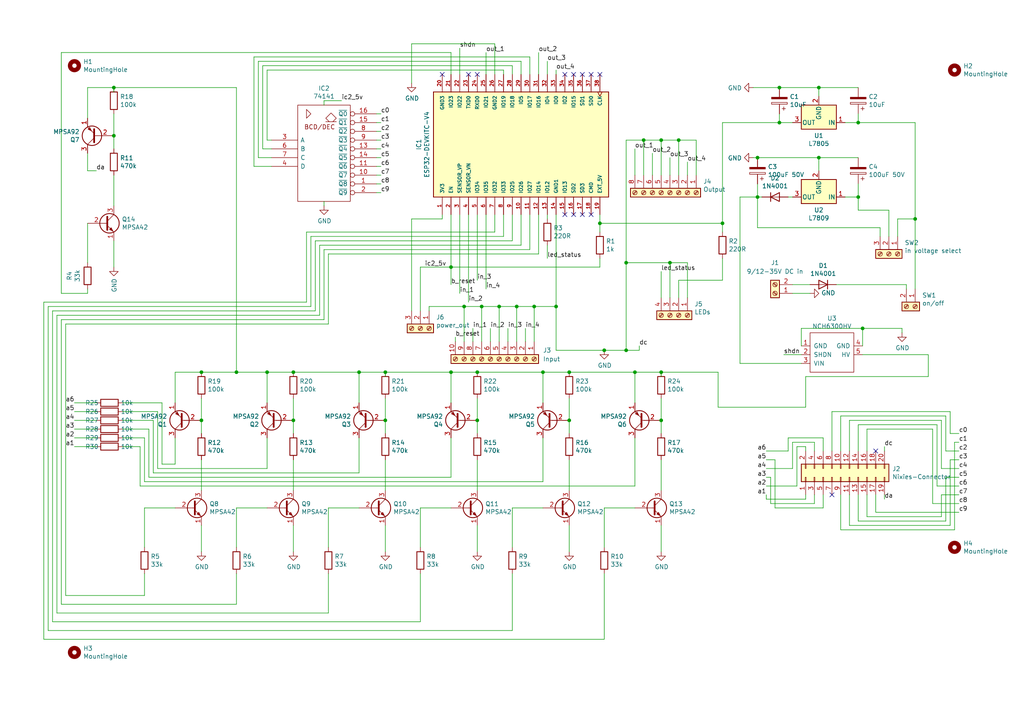
<source format=kicad_sch>
(kicad_sch (version 20211123) (generator eeschema)
  (paper "A4")
  (title_block (title "Nixie-Clock: Controller") (date "2022-01-16") (rev "1.1") (company "Konrad Mösch"))
  (junction (at 77.47 107.95))
  (junction (at 194.31 76.2))
  (junction (at 58.42 121.92))
  (junction (at 85.09 107.95))
  (junction (at 134.62 88.9))
  (junction (at 175.26 101.6))
  (junction (at 248.92 35.56))
  (junction (at 186.69 40.64))
  (junction (at 196.85 40.64))
  (junction (at 157.48 107.95))
  (junction (at 184.15 107.95))
  (junction (at 58.42 107.95))
  (junction (at 139.7 88.9))
  (junction (at 191.77 40.64))
  (junction (at 165.1 107.95))
  (junction (at 33.02 39.37))
  (junction (at 165.1 121.92))
  (junction (at 161.29 88.9))
  (junction (at 111.76 121.92))
  (junction (at 191.77 107.95))
  (junction (at 209.55 64.77))
  (junction (at 33.02 25.4))
  (junction (at 219.71 45.72))
  (junction (at 111.76 107.95))
  (junction (at 191.77 121.92))
  (junction (at 130.81 107.95))
  (junction (at 104.14 107.95))
  (junction (at 181.61 76.2))
  (junction (at 130.81 77.47))
  (junction (at 68.58 107.95))
  (junction (at 219.71 57.15))
  (junction (at 173.99 64.77))
  (junction (at 226.06 35.56))
  (junction (at 248.92 57.15))
  (junction (at 237.49 25.4))
  (junction (at 144.78 88.9))
  (junction (at 237.49 45.72))
  (junction (at 85.09 121.92))
  (junction (at 181.61 101.6))
  (junction (at 250.19 95.25))
  (junction (at 138.43 107.95))
  (junction (at 154.94 88.9))
  (junction (at 265.43 63.5))
  (junction (at 226.06 25.4))
  (junction (at 138.43 121.92))
  (junction (at 149.86 88.9))
  (no_connect (at 241.3 143.51))
  (no_connect (at 138.43 21.59))
  (no_connect (at 173.99 21.59))
  (no_connect (at 168.91 21.59))
  (no_connect (at 135.89 21.59))
  (no_connect (at 128.27 21.59))
  (no_connect (at 166.37 21.59))
  (no_connect (at 166.37 62.23))
  (no_connect (at 163.83 21.59))
  (no_connect (at 163.83 62.23))
  (no_connect (at 171.45 21.59))
  (no_connect (at 254 130.81))
  (no_connect (at 168.91 62.23))
  (no_connect (at 171.45 62.23))
  (wire (pts (xy 104.14 107.95) (xy 111.76 107.95)))
  (wire (pts (xy 12.7 185.42) (xy 12.7 87.63)))
  (wire (pts (xy 269.24 102.87) (xy 250.19 102.87)))
  (wire (pts (xy 77.47 107.95) (xy 77.47 116.84)))
  (wire (pts (xy 41.91 158.75) (xy 41.91 147.32)))
  (wire (pts (xy 261.62 95.25) (xy 261.62 96.52)))
  (wire (pts (xy 278.13 146.05) (xy 270.51 146.05)))
  (wire (pts (xy 228.6 57.15) (xy 229.87 57.15)))
  (wire (pts (xy 50.8 107.95) (xy 58.42 107.95)))
  (wire (pts (xy 229.87 128.27) (xy 236.22 128.27)))
  (wire (pts (xy 95.25 177.8) (xy 95.25 166.37)))
  (wire (pts (xy 278.13 140.97) (xy 271.78 140.97)))
  (wire (pts (xy 130.81 77.47) (xy 130.81 82.55)))
  (wire (pts (xy 78.74 43.18) (xy 76.2 43.18)))
  (wire (pts (xy 119.38 12.7) (xy 119.38 24.13)))
  (wire (pts (xy 229.87 85.09) (xy 234.95 85.09)))
  (wire (pts (xy 44.45 121.92) (xy 35.56 121.92)))
  (wire (pts (xy 231.14 129.54) (xy 233.68 129.54)))
  (wire (pts (xy 77.47 20.32) (xy 146.05 20.32)))
  (wire (pts (xy 236.22 146.05) (xy 236.22 143.51)))
  (wire (pts (xy 274.32 130.81) (xy 274.32 120.65)))
  (wire (pts (xy 274.32 120.65) (xy 243.84 120.65)))
  (wire (pts (xy 133.35 85.09) (xy 133.35 62.23)))
  (wire (pts (xy 154.94 99.06) (xy 154.94 88.9)))
  (wire (pts (xy 186.69 40.64) (xy 191.77 40.64)))
  (wire (pts (xy 91.44 69.85) (xy 148.59 69.85)))
  (wire (pts (xy 15.24 180.34) (xy 15.24 90.17)))
  (wire (pts (xy 35.56 119.38) (xy 45.72 119.38)))
  (wire (pts (xy 158.75 71.12) (xy 158.75 74.93)))
  (wire (pts (xy 44.45 137.16) (xy 44.45 121.92)))
  (wire (pts (xy 184.15 107.95) (xy 191.77 107.95)))
  (wire (pts (xy 138.43 133.35) (xy 138.43 142.24)))
  (wire (pts (xy 149.86 88.9) (xy 154.94 88.9)))
  (wire (pts (xy 147.32 95.25) (xy 147.32 99.06)))
  (wire (pts (xy 25.4 25.4) (xy 33.02 25.4)))
  (wire (pts (xy 194.31 86.36) (xy 194.31 76.2)))
  (wire (pts (xy 209.55 81.28) (xy 196.85 81.28)))
  (wire (pts (xy 25.4 25.4) (xy 25.4 34.29)))
  (wire (pts (xy 251.46 124.46) (xy 251.46 130.81)))
  (wire (pts (xy 50.8 107.95) (xy 50.8 116.84)))
  (wire (pts (xy 93.98 92.71) (xy 93.98 72.39)))
  (wire (pts (xy 173.99 77.47) (xy 130.81 77.47)))
  (wire (pts (xy 58.42 107.95) (xy 68.58 107.95)))
  (wire (pts (xy 233.68 118.11) (xy 233.68 109.22)))
  (wire (pts (xy 17.78 175.26) (xy 68.58 175.26)))
  (wire (pts (xy 85.09 160.02) (xy 85.09 152.4)))
  (wire (pts (xy 25.4 76.2) (xy 25.4 64.77)))
  (wire (pts (xy 153.67 72.39) (xy 153.67 62.23)))
  (wire (pts (xy 68.58 158.75) (xy 68.58 147.32)))
  (wire (pts (xy 76.2 43.18) (xy 76.2 19.05)))
  (wire (pts (xy 128.27 62.23) (xy 128.27 63.5)))
  (wire (pts (xy 248.92 143.51) (xy 248.92 151.13)))
  (wire (pts (xy 146.05 20.32) (xy 146.05 21.59)))
  (wire (pts (xy 265.43 63.5) (xy 265.43 83.82)))
  (wire (pts (xy 209.55 35.56) (xy 209.55 64.77)))
  (wire (pts (xy 149.86 88.9) (xy 149.86 99.06)))
  (wire (pts (xy 74.93 17.78) (xy 151.13 17.78)))
  (wire (pts (xy 273.05 121.92) (xy 246.38 121.92)))
  (wire (pts (xy 138.43 121.92) (xy 138.43 125.73)))
  (wire (pts (xy 201.93 40.64) (xy 201.93 50.8)))
  (wire (pts (xy 27.94 116.84) (xy 21.59 116.84)))
  (wire (pts (xy 218.44 25.4) (xy 226.06 25.4)))
  (wire (pts (xy 275.59 125.73) (xy 275.59 119.38)))
  (wire (pts (xy 248.92 25.4) (xy 237.49 25.4)))
  (wire (pts (xy 233.68 129.54) (xy 233.68 130.81)))
  (wire (pts (xy 157.48 127) (xy 157.48 139.7)))
  (wire (pts (xy 245.11 57.15) (xy 248.92 57.15)))
  (wire (pts (xy 138.43 160.02) (xy 138.43 152.4)))
  (wire (pts (xy 109.22 33.02) (xy 110.49 33.02)))
  (wire (pts (xy 209.55 64.77) (xy 209.55 67.31)))
  (wire (pts (xy 58.42 160.02) (xy 58.42 152.4)))
  (wire (pts (xy 40.64 129.54) (xy 35.56 129.54)))
  (wire (pts (xy 184.15 107.95) (xy 184.15 116.84)))
  (wire (pts (xy 19.05 172.72) (xy 19.05 93.98)))
  (wire (pts (xy 109.22 45.72) (xy 110.49 45.72)))
  (wire (pts (xy 77.47 40.64) (xy 77.47 20.32)))
  (wire (pts (xy 68.58 175.26) (xy 68.58 166.37)))
  (wire (pts (xy 85.09 121.92) (xy 85.09 115.57)))
  (wire (pts (xy 78.74 45.72) (xy 74.93 45.72)))
  (wire (pts (xy 226.06 35.56) (xy 209.55 35.56)))
  (wire (pts (xy 132.08 97.79) (xy 132.08 99.06)))
  (wire (pts (xy 257.81 60.96) (xy 257.81 68.58)))
  (wire (pts (xy 140.97 15.24) (xy 140.97 21.59)))
  (wire (pts (xy 45.72 119.38) (xy 45.72 135.89)))
  (wire (pts (xy 12.7 185.42) (xy 175.26 185.42)))
  (wire (pts (xy 43.18 138.43) (xy 43.18 124.46)))
  (wire (pts (xy 222.25 135.89) (xy 229.87 135.89)))
  (wire (pts (xy 13.97 182.88) (xy 148.59 182.88)))
  (wire (pts (xy 185.42 100.33) (xy 185.42 101.6)))
  (wire (pts (xy 85.09 133.35) (xy 85.09 142.24)))
  (wire (pts (xy 278.13 130.81) (xy 274.32 130.81)))
  (wire (pts (xy 17.78 15.24) (xy 17.78 85.09)))
  (wire (pts (xy 152.4 95.25) (xy 152.4 99.06)))
  (wire (pts (xy 269.24 109.22) (xy 269.24 102.87)))
  (wire (pts (xy 222.25 140.97) (xy 231.14 140.97)))
  (wire (pts (xy 191.77 121.92) (xy 191.77 125.73)))
  (wire (pts (xy 143.51 21.59) (xy 143.51 12.7)))
  (wire (pts (xy 248.92 60.96) (xy 257.81 60.96)))
  (wire (pts (xy 237.49 45.72) (xy 248.92 45.72)))
  (wire (pts (xy 238.76 147.32) (xy 238.76 143.51)))
  (wire (pts (xy 245.11 35.56) (xy 248.92 35.56)))
  (wire (pts (xy 248.92 57.15) (xy 248.92 60.96)))
  (wire (pts (xy 199.39 86.36) (xy 199.39 76.2)))
  (wire (pts (xy 27.94 124.46) (xy 21.59 124.46)))
  (wire (pts (xy 191.77 40.64) (xy 196.85 40.64)))
  (wire (pts (xy 191.77 121.92) (xy 191.77 115.57)))
  (wire (pts (xy 275.59 152.4) (xy 246.38 152.4)))
  (wire (pts (xy 68.58 147.32) (xy 77.47 147.32)))
  (wire (pts (xy 157.48 139.7) (xy 41.91 139.7)))
  (wire (pts (xy 99.06 29.21) (xy 93.98 29.21)))
  (wire (pts (xy 93.98 29.21) (xy 93.98 30.48)))
  (wire (pts (xy 175.26 166.37) (xy 175.26 185.42)))
  (wire (pts (xy 265.43 35.56) (xy 265.43 63.5)))
  (wire (pts (xy 158.75 63.5) (xy 158.75 62.23)))
  (wire (pts (xy 175.26 101.6) (xy 181.61 101.6)))
  (wire (pts (xy 124.46 90.17) (xy 124.46 88.9)))
  (wire (pts (xy 191.77 152.4) (xy 191.77 160.02)))
  (wire (pts (xy 250.19 95.25) (xy 261.62 95.25)))
  (wire (pts (xy 91.44 90.17) (xy 91.44 69.85)))
  (wire (pts (xy 15.24 90.17) (xy 91.44 90.17)))
  (wire (pts (xy 73.66 48.26) (xy 73.66 16.51)))
  (wire (pts (xy 33.02 25.4) (xy 68.58 25.4)))
  (wire (pts (xy 95.25 73.66) (xy 156.21 73.66)))
  (wire (pts (xy 223.52 138.43) (xy 223.52 146.05)))
  (wire (pts (xy 156.21 73.66) (xy 156.21 62.23)))
  (wire (pts (xy 278.13 135.89) (xy 273.05 135.89)))
  (wire (pts (xy 92.71 91.44) (xy 92.71 71.12)))
  (wire (pts (xy 260.35 63.5) (xy 260.35 68.58)))
  (wire (pts (xy 151.13 71.12) (xy 151.13 62.23)))
  (wire (pts (xy 226.06 35.56) (xy 226.06 33.02)))
  (wire (pts (xy 148.59 19.05) (xy 148.59 21.59)))
  (wire (pts (xy 88.9 87.63) (xy 88.9 67.31)))
  (wire (pts (xy 16.51 91.44) (xy 92.71 91.44)))
  (wire (pts (xy 139.7 88.9) (xy 139.7 99.06)))
  (wire (pts (xy 209.55 81.28) (xy 209.55 74.93)))
  (wire (pts (xy 139.7 88.9) (xy 134.62 88.9)))
  (wire (pts (xy 111.76 160.02) (xy 111.76 152.4)))
  (wire (pts (xy 220.98 57.15) (xy 219.71 57.15)))
  (wire (pts (xy 73.66 16.51) (xy 153.67 16.51)))
  (wire (pts (xy 270.51 146.05) (xy 270.51 124.46)))
  (wire (pts (xy 121.92 147.32) (xy 130.81 147.32)))
  (wire (pts (xy 109.22 48.26) (xy 110.49 48.26)))
  (wire (pts (xy 109.22 40.64) (xy 110.49 40.64)))
  (wire (pts (xy 27.94 127) (xy 21.59 127)))
  (wire (pts (xy 93.98 72.39) (xy 153.67 72.39)))
  (wire (pts (xy 256.54 129.54) (xy 256.54 130.81)))
  (wire (pts (xy 248.92 35.56) (xy 265.43 35.56)))
  (wire (pts (xy 243.84 143.51) (xy 243.84 153.67)))
  (wire (pts (xy 33.02 33.02) (xy 33.02 39.37)))
  (wire (pts (xy 138.43 107.95) (xy 157.48 107.95)))
  (wire (pts (xy 134.62 88.9) (xy 134.62 99.06)))
  (wire (pts (xy 229.87 135.89) (xy 229.87 128.27)))
  (wire (pts (xy 27.94 121.92) (xy 21.59 121.92)))
  (wire (pts (xy 35.56 116.84) (xy 46.99 116.84)))
  (wire (pts (xy 33.02 39.37) (xy 33.02 43.18)))
  (wire (pts (xy 199.39 50.8) (xy 199.39 46.99)))
  (wire (pts (xy 232.41 95.25) (xy 250.19 95.25)))
  (wire (pts (xy 41.91 127) (xy 35.56 127)))
  (wire (pts (xy 16.51 177.8) (xy 95.25 177.8)))
  (wire (pts (xy 130.81 62.23) (xy 130.81 77.47)))
  (wire (pts (xy 12.7 87.63) (xy 88.9 87.63)))
  (wire (pts (xy 229.87 82.55) (xy 234.95 82.55)))
  (wire (pts (xy 161.29 62.23) (xy 161.29 88.9)))
  (wire (pts (xy 146.05 68.58) (xy 146.05 62.23)))
  (wire (pts (xy 224.79 147.32) (xy 238.76 147.32)))
  (wire (pts (xy 276.86 128.27) (xy 276.86 153.67)))
  (wire (pts (xy 236.22 128.27) (xy 236.22 130.81)))
  (wire (pts (xy 41.91 147.32) (xy 50.8 147.32)))
  (wire (pts (xy 222.25 144.78) (xy 233.68 144.78)))
  (wire (pts (xy 109.22 53.34) (xy 110.49 53.34)))
  (wire (pts (xy 109.22 38.1) (xy 110.49 38.1)))
  (wire (pts (xy 50.8 134.62) (xy 46.99 134.62)))
  (wire (pts (xy 85.09 107.95) (xy 104.14 107.95)))
  (wire (pts (xy 68.58 107.95) (xy 77.47 107.95)))
  (wire (pts (xy 119.38 63.5) (xy 119.38 90.17)))
  (wire (pts (xy 246.38 121.92) (xy 246.38 130.81)))
  (wire (pts (xy 19.05 172.72) (xy 41.91 172.72)))
  (wire (pts (xy 165.1 115.57) (xy 165.1 121.92)))
  (wire (pts (xy 237.49 49.53) (xy 237.49 45.72)))
  (wire (pts (xy 85.09 121.92) (xy 85.09 125.73)))
  (wire (pts (xy 276.86 153.67) (xy 243.84 153.67)))
  (wire (pts (xy 78.74 48.26) (xy 73.66 48.26)))
  (wire (pts (xy 191.77 133.35) (xy 191.77 142.24)))
  (wire (pts (xy 222.25 133.35) (xy 224.79 133.35)))
  (wire (pts (xy 77.47 127) (xy 77.47 135.89)))
  (wire (pts (xy 130.81 107.95) (xy 138.43 107.95)))
  (wire (pts (xy 90.17 88.9) (xy 90.17 68.58)))
  (wire (pts (xy 109.22 55.88) (xy 110.49 55.88)))
  (wire (pts (xy 181.61 40.64) (xy 181.61 76.2)))
  (wire (pts (xy 90.17 68.58) (xy 146.05 68.58)))
  (wire (pts (xy 95.25 147.32) (xy 104.14 147.32)))
  (wire (pts (xy 17.78 92.71) (xy 93.98 92.71)))
  (wire (pts (xy 175.26 158.75) (xy 175.26 147.32)))
  (wire (pts (xy 74.93 45.72) (xy 74.93 17.78)))
  (wire (pts (xy 173.99 67.31) (xy 173.99 64.77)))
  (wire (pts (xy 224.79 133.35) (xy 224.79 147.32)))
  (wire (pts (xy 161.29 20.32) (xy 161.29 21.59)))
  (wire (pts (xy 275.59 119.38) (xy 241.3 119.38)))
  (wire (pts (xy 184.15 127) (xy 184.15 140.97)))
  (wire (pts (xy 248.92 53.34) (xy 248.92 57.15)))
  (wire (pts (xy 181.61 76.2) (xy 181.61 101.6)))
  (wire (pts (xy 111.76 121.92) (xy 111.76 125.73)))
  (wire (pts (xy 95.25 158.75) (xy 95.25 147.32)))
  (wire (pts (xy 124.46 88.9) (xy 134.62 88.9)))
  (wire (pts (xy 138.43 62.23) (xy 138.43 81.28)))
  (wire (pts (xy 121.92 77.47) (xy 121.92 90.17)))
  (wire (pts (xy 233.68 109.22) (xy 269.24 109.22)))
  (wire (pts (xy 128.27 63.5) (xy 119.38 63.5)))
  (wire (pts (xy 191.77 78.74) (xy 191.77 86.36)))
  (wire (pts (xy 228.6 127) (xy 228.6 130.81)))
  (wire (pts (xy 78.74 40.64) (xy 77.47 40.64)))
  (wire (pts (xy 95.25 93.98) (xy 95.25 73.66)))
  (wire (pts (xy 186.69 40.64) (xy 186.69 50.8)))
  (wire (pts (xy 153.67 16.51) (xy 153.67 21.59)))
  (wire (pts (xy 222.25 138.43) (xy 223.52 138.43)))
  (wire (pts (xy 165.1 107.95) (xy 184.15 107.95)))
  (wire (pts (xy 111.76 109.22) (xy 111.76 107.95)))
  (wire (pts (xy 274.32 138.43) (xy 274.32 151.13)))
  (wire (pts (xy 173.99 77.47) (xy 173.99 74.93)))
  (wire (pts (xy 111.76 107.95) (xy 130.81 107.95)))
  (wire (pts (xy 138.43 121.92) (xy 138.43 115.57)))
  (wire (pts (xy 260.35 63.5) (xy 265.43 63.5)))
  (wire (pts (xy 196.85 50.8) (xy 196.85 40.64)))
  (wire (pts (xy 278.13 128.27) (xy 276.86 128.27)))
  (wire (pts (xy 219.71 66.04) (xy 255.27 66.04)))
  (wire (pts (xy 237.49 25.4) (xy 226.06 25.4)))
  (wire (pts (xy 219.71 57.15) (xy 219.71 53.34)))
  (wire (pts (xy 130.81 127) (xy 130.81 138.43)))
  (wire (pts (xy 93.98 58.42) (xy 93.98 59.69)))
  (wire (pts (xy 181.61 101.6) (xy 185.42 101.6)))
  (wire (pts (xy 130.81 107.95) (xy 130.81 116.84)))
  (wire (pts (xy 58.42 142.24) (xy 58.42 133.35)))
  (wire (pts (xy 25.4 85.09) (xy 17.78 85.09)))
  (wire (pts (xy 165.1 160.02) (xy 165.1 152.4)))
  (wire (pts (xy 17.78 175.26) (xy 17.78 92.71)))
  (wire (pts (xy 218.44 45.72) (xy 219.71 45.72)))
  (wire (pts (xy 232.41 100.33) (xy 232.41 95.25)))
  (wire (pts (xy 104.14 107.95) (xy 104.14 116.84)))
  (wire (pts (xy 40.64 129.54) (xy 40.64 140.97)))
  (wire (pts (xy 109.22 35.56) (xy 110.49 35.56)))
  (wire (pts (xy 242.57 82.55) (xy 262.89 82.55)))
  (wire (pts (xy 144.78 88.9) (xy 149.86 88.9)))
  (wire (pts (xy 222.25 130.81) (xy 228.6 130.81)))
  (wire (pts (xy 273.05 143.51) (xy 273.05 149.86)))
  (wire (pts (xy 228.6 127) (xy 238.76 127)))
  (wire (pts (xy 278.13 138.43) (xy 274.32 138.43)))
  (wire (pts (xy 208.28 107.95) (xy 208.28 118.11)))
  (wire (pts (xy 222.25 143.51) (xy 222.25 144.78)))
  (wire (pts (xy 181.61 40.64) (xy 186.69 40.64)))
  (wire (pts (xy 273.05 149.86) (xy 251.46 149.86)))
  (wire (pts (xy 189.23 50.8) (xy 189.23 44.45)))
  (wire (pts (xy 161.29 88.9) (xy 161.29 101.6)))
  (wire (pts (xy 121.92 158.75) (xy 121.92 147.32)))
  (wire (pts (xy 251.46 149.86) (xy 251.46 143.51)))
  (wire (pts (xy 248.92 35.56) (xy 248.92 33.02)))
  (wire (pts (xy 278.13 133.35) (xy 275.59 133.35)))
  (wire (pts (xy 13.97 182.88) (xy 13.97 88.9)))
  (wire (pts (xy 184.15 140.97) (xy 40.64 140.97)))
  (wire (pts (xy 25.4 49.53) (xy 27.94 49.53)))
  (wire (pts (xy 161.29 101.6) (xy 175.26 101.6)))
  (wire (pts (xy 15.24 180.34) (xy 121.92 180.34)))
  (wire (pts (xy 43.18 124.46) (xy 35.56 124.46)))
  (wire (pts (xy 156.21 15.24) (xy 156.21 21.59)))
  (wire (pts (xy 76.2 19.05) (xy 148.59 19.05)))
  (wire (pts (xy 148.59 182.88) (xy 148.59 166.37)))
  (wire (pts (xy 214.63 57.15) (xy 219.71 57.15)))
  (wire (pts (xy 19.05 93.98) (xy 95.25 93.98)))
  (wire (pts (xy 270.51 124.46) (xy 251.46 124.46)))
  (wire (pts (xy 104.14 127) (xy 104.14 137.16)))
  (wire (pts (xy 184.15 43.18) (xy 184.15 50.8)))
  (wire (pts (xy 137.16 99.06) (xy 137.16 95.25)))
  (wire (pts (xy 196.85 81.28) (xy 196.85 86.36)))
  (wire (pts (xy 21.59 129.54) (xy 27.94 129.54)))
  (wire (pts (xy 158.75 21.59) (xy 158.75 17.78)))
  (wire (pts (xy 278.13 125.73) (xy 275.59 125.73)))
  (wire (pts (xy 33.02 26.67) (xy 33.02 25.4)))
  (wire (pts (xy 130.81 21.59) (xy 130.81 15.24)))
  (wire (pts (xy 191.77 109.22) (xy 191.77 107.95)))
  (wire (pts (xy 121.92 180.34) (xy 121.92 166.37)))
  (wire (pts (xy 262.89 82.55) (xy 262.89 83.82)))
  (wire (pts (xy 271.78 140.97) (xy 271.78 123.19)))
  (wire (pts (xy 194.31 76.2) (xy 181.61 76.2)))
  (wire (pts (xy 77.47 107.95) (xy 85.09 107.95)))
  (wire (pts (xy 68.58 25.4) (xy 68.58 107.95)))
  (wire (pts (xy 41.91 172.72) (xy 41.91 166.37)))
  (wire (pts (xy 256.54 143.51) (xy 256.54 144.78)))
  (wire (pts (xy 148.59 69.85) (xy 148.59 62.23)))
  (wire (pts (xy 229.87 35.56) (xy 226.06 35.56)))
  (wire (pts (xy 250.19 95.25) (xy 250.19 100.33)))
  (wire (pts (xy 148.59 158.75) (xy 148.59 147.32)))
  (wire (pts (xy 143.51 67.31) (xy 143.51 62.23)))
  (wire (pts (xy 144.78 99.06) (xy 144.78 88.9)))
  (wire (pts (xy 58.42 121.92) (xy 58.42 125.73)))
  (wire (pts (xy 199.39 76.2) (xy 194.31 76.2)))
  (wire (pts (xy 219.71 66.04) (xy 219.71 57.15)))
  (wire (pts (xy 111.76 121.92) (xy 111.76 115.57)))
  (wire (pts (xy 273.05 135.89) (xy 273.05 121.92)))
  (wire (pts (xy 219.71 45.72) (xy 237.49 45.72)))
  (wire (pts (xy 142.24 95.25) (xy 142.24 99.06)))
  (wire (pts (xy 209.55 64.77) (xy 173.99 64.77)))
  (wire (pts (xy 191.77 50.8) (xy 191.77 40.64)))
  (wire (pts (xy 241.3 119.38) (xy 241.3 130.81)))
  (wire (pts (xy 246.38 143.51) (xy 246.38 152.4)))
  (wire (pts (xy 214.63 105.41) (xy 214.63 57.15)))
  (wire (pts (xy 143.51 12.7) (xy 119.38 12.7)))
  (wire (pts (xy 88.9 67.31) (xy 143.51 67.31)))
  (wire (pts (xy 25.4 85.09) (xy 25.4 83.82)))
  (wire (pts (xy 275.59 133.35) (xy 275.59 152.4)))
  (wire (pts (xy 233.68 144.78) (xy 233.68 143.51)))
  (wire (pts (xy 278.13 148.59) (xy 254 148.59)))
  (wire (pts (xy 109.22 43.18) (xy 110.49 43.18)))
  (wire (pts (xy 196.85 40.64) (xy 201.93 40.64)))
  (wire (pts (xy 130.81 77.47) (xy 121.92 77.47)))
  (wire (pts (xy 165.1 121.92) (xy 165.1 125.73)))
  (wire (pts (xy 25.4 44.45) (xy 25.4 49.53)))
  (wire (pts (xy 148.59 147.32) (xy 157.48 147.32)))
  (wire (pts (xy 144.78 88.9) (xy 139.7 88.9)))
  (wire (pts (xy 227.33 102.87) (xy 232.41 102.87)))
  (wire (pts (xy 274.32 151.13) (xy 248.92 151.13)))
  (wire (pts (xy 46.99 116.84) (xy 46.99 134.62)))
  (wire (pts (xy 278.13 143.51) (xy 273.05 143.51)))
  (wire (pts (xy 58.42 121.92) (xy 58.42 115.57)))
  (wire (pts (xy 133.35 13.97) (xy 133.35 21.59)))
  (wire (pts (xy 254 148.59) (xy 254 143.51)))
  (wire (pts (xy 271.78 123.19) (xy 248.92 123.19)))
  (wire (pts (xy 243.84 120.65) (xy 243.84 130.81)))
  (wire (pts (xy 17.78 15.24) (xy 130.81 15.24)))
  (wire (pts (xy 255.27 66.04) (xy 255.27 68.58)))
  (wire (pts (xy 214.63 105.41) (xy 232.41 105.41)))
  (wire (pts (xy 27.94 119.38) (xy 21.59 119.38)))
  (wire (pts (xy 223.52 146.05) (xy 236.22 146.05)))
  (wire (pts (xy 77.47 135.89) (xy 45.72 135.89)))
  (wire (pts (xy 175.26 147.32) (xy 184.15 147.32)))
  (wire (pts (xy 237.49 25.4) (xy 237.49 27.94)))
  (wire (pts (xy 33.02 50.8) (xy 33.02 59.69)))
  (wire (pts (xy 238.76 127) (xy 238.76 130.81)))
  (wire (pts (xy 104.14 137.16) (xy 44.45 137.16)))
  (wire (pts (xy 140.97 83.82) (xy 140.97 62.23)))
  (wire (pts (xy 41.91 139.7) (xy 41.91 127)))
  (wire (pts (xy 135.89 87.63) (xy 135.89 62.23)))
  (wire (pts (xy 157.48 116.84) (xy 157.48 107.95)))
  (wire (pts (xy 13.97 88.9) (xy 90.17 88.9)))
  (wire (pts (xy 109.22 50.8) (xy 110.49 50.8)))
  (wire (pts (xy 154.94 88.9) (xy 161.29 88.9)))
  (wire (pts (xy 43.18 138.43) (xy 130.81 138.43)))
  (wire (pts (xy 248.92 123.19) (xy 248.92 130.81)))
  (wire (pts (xy 16.51 177.8) (xy 16.51 91.44)))
  (wire (pts (xy 191.77 107.95) (xy 208.28 107.95)))
  (wire (pts (xy 165.1 133.35) (xy 165.1 142.24)))
  (wire (pts (xy 173.99 64.77) (xy 173.99 62.23)))
  (wire (pts (xy 92.71 71.12) (xy 151.13 71.12)))
  (wire (pts (xy 208.28 118.11) (xy 233.68 118.11)))
  (wire (pts (xy 111.76 133.35) (xy 111.76 142.24)))
  (wire (pts (xy 50.8 127) (xy 50.8 134.62)))
  (wire (pts (xy 194.31 45.72) (xy 194.31 50.8)))
  (wire (pts (xy 151.13 17.78) (xy 151.13 21.59)))
  (wire (pts (xy 33.02 77.47) (xy 33.02 69.85)))
  (wire (pts (xy 231.14 140.97) (xy 231.14 129.54)))
  (wire (pts (xy 157.48 107.95) (xy 165.1 107.95)))
  (label "c5" (at 278.13 138.43 0))
  (label "c0" (at 110.49 33.02 0))
  (label "a4" (at 222.25 135.89 180))
  (label "c7" (at 110.49 50.8 0))
  (label "c7" (at 278.13 143.51 0))
  (label "c6" (at 278.13 140.97 0))
  (label "a5" (at 21.59 119.38 180))
  (label "led_status" (at 158.75 74.93 0))
  (label "c1" (at 278.13 128.27 0))
  (label "c5" (at 110.49 45.72 0))
  (label "out_1" (at 184.15 43.18 0))
  (label "in_2" (at 142.24 95.25 0))
  (label "a6" (at 222.25 130.81 180))
  (label "a1" (at 21.59 129.54 180))
  (label "da" (at 27.94 49.53 0))
  (label "in_4" (at 152.4 95.25 0))
  (label "c1" (at 110.49 35.56 0))
  (label "shdn" (at 227.33 102.87 0))
  (label "out_2" (at 156.21 15.24 0))
  (label "c4" (at 110.49 43.18 0))
  (label "dc" (at 256.54 129.54 0))
  (label "c8" (at 278.13 146.05 0))
  (label "out_3" (at 194.31 45.72 0))
  (label "in_3" (at 138.43 81.28 0))
  (label "out_2" (at 189.23 44.45 0))
  (label "a2" (at 21.59 127 180))
  (label "c3" (at 278.13 133.35 0))
  (label "a2" (at 222.25 140.97 180))
  (label "dc" (at 185.42 100.33 0))
  (label "led_status" (at 191.77 78.74 0))
  (label "a5" (at 222.25 133.35 180))
  (label "b_reset" (at 130.81 82.55 0))
  (label "c2" (at 278.13 130.81 0))
  (label "a4" (at 21.59 121.92 180))
  (label "out_4" (at 161.29 20.32 0))
  (label "out_4" (at 199.39 46.99 0))
  (label "a1" (at 222.25 143.51 180))
  (label "ic2_5v" (at 99.06 29.21 0))
  (label "c9" (at 278.13 148.59 0))
  (label "a3" (at 21.59 124.46 180))
  (label "a6" (at 21.59 116.84 180))
  (label "a3" (at 222.25 138.43 180))
  (label "in_4" (at 140.97 83.82 0))
  (label "c8" (at 110.49 53.34 0))
  (label "out_3" (at 158.75 17.78 0))
  (label "c9" (at 110.49 55.88 0))
  (label "shdn" (at 133.35 13.97 0))
  (label "in_3" (at 147.32 95.25 0))
  (label "c6" (at 110.49 48.26 0))
  (label "in_1" (at 133.35 85.09 0))
  (label "in_1" (at 137.16 95.25 0))
  (label "out_1" (at 140.97 15.24 0))
  (label "in_2" (at 135.89 87.63 0))
  (label "ic2_5v" (at 123.19 77.47 0))
  (label "c4" (at 278.13 135.89 0))
  (label "c2" (at 110.49 38.1 0))
  (label "b_reset" (at 132.08 97.79 0))
  (label "da" (at 256.54 144.78 0))
  (label "c0" (at 278.13 125.73 0))
  (label "c3" (at 110.49 40.64 0))
  (symbol (lib_id "74xx_IEEE:74141") (at 93.98 44.45 0) (unit 1)
    (property "Reference" "IC2" (at 93.98 25.6286 0))
    (property "Value" "74141" (at 93.98 27.94 0))
    (property "Footprint" "Package_DIP:DIP-16_W7.62mm" (effects hide))
  )
  (symbol (lib_id "Transistor_BJT:MPSA42") (at 55.88 147.32 0) (unit 1)
    (property "Reference" "Q8" (at 60.7314 146.1516 0) (effects (justify left)))
    (property "Value" "MPSA42" (at 60.7314 148.463 0) (effects (justify left)))
    (property "Footprint" "Package_TO_SOT_THT:TO-92_Inline" (effects hide))
    (property "Datasheet" "http://www.onsemi.com/pub_link/Collateral/MPSA42-D.PDF" (effects hide))
  )
  (symbol (lib_id "power:GND") (at 58.42 160.02 0) (unit 1)
    (property "Reference" "#PWR015" (effects hide))
    (property "Value" "GND" (at 58.547 164.4142 0))
  )
  (symbol (lib_id "Device:R") (at 41.91 162.56 0) (unit 1)
    (property "Reference" "R5" (at 43.688 161.3916 0) (effects (justify left)))
    (property "Value" "33k" (at 43.688 163.703 0) (effects (justify left)))
    (property "Footprint" "Resistor_THT:R_Axial_DIN0207_L6.3mm_D2.5mm_P10.16mm_Horizontal" (effects hide))
  )
  (symbol (lib_id "Transistor_BJT:MPSA42") (at 82.55 147.32 0) (unit 1)
    (property "Reference" "Q9" (at 87.4014 146.1516 0) (effects (justify left)))
    (property "Value" "MPSA42" (at 87.4014 148.463 0) (effects (justify left)))
    (property "Footprint" "Package_TO_SOT_THT:TO-92_Inline" (effects hide))
    (property "Datasheet" "http://www.onsemi.com/pub_link/Collateral/MPSA42-D.PDF" (effects hide))
  )
  (symbol (lib_id "power:GND") (at 85.09 160.02 0) (unit 1)
    (property "Reference" "#PWR016" (effects hide))
    (property "Value" "GND" (at 85.217 164.4142 0))
  )
  (symbol (lib_id "Device:R") (at 68.58 162.56 0) (unit 1)
    (property "Reference" "R6" (at 70.358 161.3916 0) (effects (justify left)))
    (property "Value" "33k" (at 70.358 163.703 0) (effects (justify left)))
    (property "Footprint" "Resistor_THT:R_Axial_DIN0207_L6.3mm_D2.5mm_P10.16mm_Horizontal" (effects hide))
  )
  (symbol (lib_id "Transistor_BJT:MPSA42") (at 109.22 147.32 0) (unit 1)
    (property "Reference" "Q10" (at 114.0714 146.1516 0) (effects (justify left)))
    (property "Value" "MPSA42" (at 114.0714 148.463 0) (effects (justify left)))
    (property "Footprint" "Package_TO_SOT_THT:TO-92_Inline" (effects hide))
    (property "Datasheet" "http://www.onsemi.com/pub_link/Collateral/MPSA42-D.PDF" (effects hide))
  )
  (symbol (lib_id "power:GND") (at 111.76 160.02 0) (unit 1)
    (property "Reference" "#PWR017" (effects hide))
    (property "Value" "GND" (at 111.887 164.4142 0))
  )
  (symbol (lib_id "Device:R") (at 95.25 162.56 0) (unit 1)
    (property "Reference" "R7" (at 97.028 161.3916 0) (effects (justify left)))
    (property "Value" "33k" (at 97.028 163.703 0) (effects (justify left)))
    (property "Footprint" "Resistor_THT:R_Axial_DIN0207_L6.3mm_D2.5mm_P10.16mm_Horizontal" (effects hide))
  )
  (symbol (lib_id "Transistor_BJT:MPSA42") (at 135.89 147.32 0) (unit 1)
    (property "Reference" "Q11" (at 140.7414 146.1516 0) (effects (justify left)))
    (property "Value" "MPSA42" (at 140.7414 148.463 0) (effects (justify left)))
    (property "Footprint" "Package_TO_SOT_THT:TO-92_Inline" (effects hide))
    (property "Datasheet" "http://www.onsemi.com/pub_link/Collateral/MPSA42-D.PDF" (effects hide))
  )
  (symbol (lib_id "power:GND") (at 138.43 160.02 0) (unit 1)
    (property "Reference" "#PWR018" (effects hide))
    (property "Value" "GND" (at 138.557 164.4142 0))
  )
  (symbol (lib_id "Device:R") (at 121.92 162.56 0) (unit 1)
    (property "Reference" "R8" (at 123.698 161.3916 0) (effects (justify left)))
    (property "Value" "33k" (at 123.698 163.703 0) (effects (justify left)))
    (property "Footprint" "Resistor_THT:R_Axial_DIN0207_L6.3mm_D2.5mm_P10.16mm_Horizontal" (effects hide))
  )
  (symbol (lib_id "Transistor_BJT:MPSA42") (at 162.56 147.32 0) (unit 1)
    (property "Reference" "Q12" (at 167.4114 146.1516 0) (effects (justify left)))
    (property "Value" "MPSA42" (at 167.4114 148.463 0) (effects (justify left)))
    (property "Footprint" "Package_TO_SOT_THT:TO-92_Inline" (effects hide))
    (property "Datasheet" "http://www.onsemi.com/pub_link/Collateral/MPSA42-D.PDF" (effects hide))
  )
  (symbol (lib_id "power:GND") (at 165.1 160.02 0) (unit 1)
    (property "Reference" "#PWR019" (effects hide))
    (property "Value" "GND" (at 165.227 164.4142 0))
  )
  (symbol (lib_id "Device:R") (at 148.59 162.56 0) (unit 1)
    (property "Reference" "R9" (at 150.368 161.3916 0) (effects (justify left)))
    (property "Value" "33k" (at 150.368 163.703 0) (effects (justify left)))
    (property "Footprint" "Resistor_THT:R_Axial_DIN0207_L6.3mm_D2.5mm_P10.16mm_Horizontal" (effects hide))
  )
  (symbol (lib_id "Transistor_BJT:MPSA42") (at 189.23 147.32 0) (unit 1)
    (property "Reference" "Q13" (at 194.0814 146.1516 0) (effects (justify left)))
    (property "Value" "MPSA42" (at 194.0814 148.463 0) (effects (justify left)))
    (property "Footprint" "Package_TO_SOT_THT:TO-92_Inline" (effects hide))
    (property "Datasheet" "http://www.onsemi.com/pub_link/Collateral/MPSA42-D.PDF" (effects hide))
  )
  (symbol (lib_id "Device:R") (at 175.26 162.56 0) (unit 1)
    (property "Reference" "R10" (at 177.038 161.3916 0) (effects (justify left)))
    (property "Value" "33k" (at 177.038 163.703 0) (effects (justify left)))
    (property "Footprint" "Resistor_THT:R_Axial_DIN0207_L6.3mm_D2.5mm_P10.16mm_Horizontal" (effects hide))
  )
  (symbol (lib_id "Transistor_BJT:MPSA92") (at 53.34 121.92 180) (unit 1)
    (property "Reference" "Q1" (at 48.4886 123.0884 0) (effects (justify left)))
    (property "Value" "MPSA92" (at 48.4886 120.777 0) (effects (justify left)))
    (property "Footprint" "Package_TO_SOT_THT:TO-92_Inline" (effects hide))
    (property "Datasheet" "http://www.onsemi.com/pub_link/Collateral/MPSA92-D.PDF" (effects hide))
  )
  (symbol (lib_id "Device:R") (at 58.42 129.54 0) (unit 1)
    (property "Reference" "R12" (at 60.198 128.3716 0) (effects (justify left)))
    (property "Value" "470k" (at 60.198 130.683 0) (effects (justify left)))
    (property "Footprint" "Resistor_THT:R_Axial_DIN0207_L6.3mm_D2.5mm_P10.16mm_Horizontal" (effects hide))
  )
  (symbol (lib_id "Device:R") (at 58.42 111.76 0) (unit 1)
    (property "Reference" "R19" (at 60.198 110.5916 0) (effects (justify left)))
    (property "Value" "100k" (at 60.198 112.903 0) (effects (justify left)))
    (property "Footprint" "Resistor_THT:R_Axial_DIN0207_L6.3mm_D2.5mm_P10.16mm_Horizontal" (effects hide))
  )
  (symbol (lib_id "Transistor_BJT:MPSA92") (at 80.01 121.92 180) (unit 1)
    (property "Reference" "Q2" (at 75.1586 123.0884 0) (effects (justify left)))
    (property "Value" "MPSA92" (at 75.1586 120.777 0) (effects (justify left)))
    (property "Footprint" "Package_TO_SOT_THT:TO-92_Inline" (effects hide))
    (property "Datasheet" "http://www.onsemi.com/pub_link/Collateral/MPSA92-D.PDF" (effects hide))
  )
  (symbol (lib_id "Device:R") (at 85.09 129.54 0) (unit 1)
    (property "Reference" "R13" (at 86.868 128.3716 0) (effects (justify left)))
    (property "Value" "470k" (at 86.868 130.683 0) (effects (justify left)))
    (property "Footprint" "Resistor_THT:R_Axial_DIN0207_L6.3mm_D2.5mm_P10.16mm_Horizontal" (effects hide))
  )
  (symbol (lib_id "Device:R") (at 85.09 111.76 0) (unit 1)
    (property "Reference" "R20" (at 86.868 110.5916 0) (effects (justify left)))
    (property "Value" "100k" (at 86.868 112.903 0) (effects (justify left)))
    (property "Footprint" "Resistor_THT:R_Axial_DIN0207_L6.3mm_D2.5mm_P10.16mm_Horizontal" (effects hide))
  )
  (symbol (lib_id "Transistor_BJT:MPSA92") (at 106.68 121.92 180) (unit 1)
    (property "Reference" "Q3" (at 101.8286 123.0884 0) (effects (justify left)))
    (property "Value" "MPSA92" (at 101.8286 120.777 0) (effects (justify left)))
    (property "Footprint" "Package_TO_SOT_THT:TO-92_Inline" (effects hide))
    (property "Datasheet" "http://www.onsemi.com/pub_link/Collateral/MPSA92-D.PDF" (effects hide))
  )
  (symbol (lib_id "Device:R") (at 111.76 129.54 0) (unit 1)
    (property "Reference" "R14" (at 113.538 128.3716 0) (effects (justify left)))
    (property "Value" "470k" (at 113.538 130.683 0) (effects (justify left)))
    (property "Footprint" "Resistor_THT:R_Axial_DIN0207_L6.3mm_D2.5mm_P10.16mm_Horizontal" (effects hide))
  )
  (symbol (lib_id "Device:R") (at 111.76 111.76 0) (unit 1)
    (property "Reference" "R21" (at 113.538 110.5916 0) (effects (justify left)))
    (property "Value" "100k" (at 113.538 112.903 0) (effects (justify left)))
    (property "Footprint" "Resistor_THT:R_Axial_DIN0207_L6.3mm_D2.5mm_P10.16mm_Horizontal" (effects hide))
  )
  (symbol (lib_id "Transistor_BJT:MPSA92") (at 133.35 121.92 180) (unit 1)
    (property "Reference" "Q4" (at 128.4986 123.0884 0) (effects (justify left)))
    (property "Value" "MPSA92" (at 128.4986 120.777 0) (effects (justify left)))
    (property "Footprint" "Package_TO_SOT_THT:TO-92_Inline" (effects hide))
    (property "Datasheet" "http://www.onsemi.com/pub_link/Collateral/MPSA92-D.PDF" (effects hide))
  )
  (symbol (lib_id "Device:R") (at 138.43 129.54 0) (unit 1)
    (property "Reference" "R15" (at 140.208 128.3716 0) (effects (justify left)))
    (property "Value" "470k" (at 140.208 130.683 0) (effects (justify left)))
    (property "Footprint" "Resistor_THT:R_Axial_DIN0207_L6.3mm_D2.5mm_P10.16mm_Horizontal" (effects hide))
  )
  (symbol (lib_id "Device:R") (at 138.43 111.76 0) (unit 1)
    (property "Reference" "R22" (at 140.208 110.5916 0) (effects (justify left)))
    (property "Value" "100k" (at 140.208 112.903 0) (effects (justify left)))
    (property "Footprint" "Resistor_THT:R_Axial_DIN0207_L6.3mm_D2.5mm_P10.16mm_Horizontal" (effects hide))
  )
  (symbol (lib_id "Transistor_BJT:MPSA92") (at 160.02 121.92 180) (unit 1)
    (property "Reference" "Q5" (at 155.1686 123.0884 0) (effects (justify left)))
    (property "Value" "MPSA92" (at 155.1686 120.777 0) (effects (justify left)))
    (property "Footprint" "Package_TO_SOT_THT:TO-92_Inline" (effects hide))
    (property "Datasheet" "http://www.onsemi.com/pub_link/Collateral/MPSA92-D.PDF" (effects hide))
  )
  (symbol (lib_id "Device:R") (at 165.1 129.54 0) (unit 1)
    (property "Reference" "R16" (at 166.878 128.3716 0) (effects (justify left)))
    (property "Value" "470k" (at 166.878 130.683 0) (effects (justify left)))
    (property "Footprint" "Resistor_THT:R_Axial_DIN0207_L6.3mm_D2.5mm_P10.16mm_Horizontal" (effects hide))
  )
  (symbol (lib_id "Device:R") (at 165.1 111.76 0) (unit 1)
    (property "Reference" "R23" (at 166.878 110.5916 0) (effects (justify left)))
    (property "Value" "100k" (at 166.878 112.903 0) (effects (justify left)))
    (property "Footprint" "Resistor_THT:R_Axial_DIN0207_L6.3mm_D2.5mm_P10.16mm_Horizontal" (effects hide))
  )
  (symbol (lib_id "Transistor_BJT:MPSA92") (at 186.69 121.92 180) (unit 1)
    (property "Reference" "Q6" (at 181.8386 123.0884 0) (effects (justify left)))
    (property "Value" "MPSA92" (at 181.8386 120.777 0) (effects (justify left)))
    (property "Footprint" "Package_TO_SOT_THT:TO-92_Inline" (effects hide))
    (property "Datasheet" "http://www.onsemi.com/pub_link/Collateral/MPSA92-D.PDF" (effects hide))
  )
  (symbol (lib_id "Device:R") (at 191.77 129.54 0) (unit 1)
    (property "Reference" "R17" (at 193.548 128.3716 0) (effects (justify left)))
    (property "Value" "470k" (at 193.548 130.683 0) (effects (justify left)))
    (property "Footprint" "Resistor_THT:R_Axial_DIN0207_L6.3mm_D2.5mm_P10.16mm_Horizontal" (effects hide))
  )
  (symbol (lib_id "Device:R") (at 191.77 111.76 0) (unit 1)
    (property "Reference" "R24" (at 193.548 110.5916 0) (effects (justify left)))
    (property "Value" "100k" (at 193.548 112.903 0) (effects (justify left)))
    (property "Footprint" "Resistor_THT:R_Axial_DIN0207_L6.3mm_D2.5mm_P10.16mm_Horizontal" (effects hide))
  )
  (symbol (lib_id "Device:R") (at 31.75 116.84 270) (unit 1)
    (property "Reference" "R25" (at 26.67 116.84 90))
    (property "Value" "10k" (at 36.83 116.84 90))
    (property "Footprint" "Resistor_THT:R_Axial_DIN0207_L6.3mm_D2.5mm_P10.16mm_Horizontal" (effects hide))
  )
  (symbol (lib_id "Device:R") (at 31.75 119.38 270) (unit 1)
    (property "Reference" "R26" (at 26.67 119.38 90))
    (property "Value" "10k" (at 36.83 119.38 90))
    (property "Footprint" "Resistor_THT:R_Axial_DIN0207_L6.3mm_D2.5mm_P10.16mm_Horizontal" (effects hide))
  )
  (symbol (lib_id "Device:R") (at 31.75 121.92 270) (unit 1)
    (property "Reference" "R27" (at 26.67 121.92 90))
    (property "Value" "10k" (at 36.83 121.92 90))
    (property "Footprint" "Resistor_THT:R_Axial_DIN0207_L6.3mm_D2.5mm_P10.16mm_Horizontal" (effects hide))
  )
  (symbol (lib_id "Device:R") (at 31.75 124.46 270) (unit 1)
    (property "Reference" "R28" (at 26.67 124.46 90))
    (property "Value" "10k" (at 36.83 124.46 90))
    (property "Footprint" "Resistor_THT:R_Axial_DIN0207_L6.3mm_D2.5mm_P10.16mm_Horizontal" (effects hide))
  )
  (symbol (lib_id "Device:R") (at 31.75 127 270) (unit 1)
    (property "Reference" "R29" (at 26.67 127 90))
    (property "Value" "10k" (at 36.83 127 90))
    (property "Footprint" "Resistor_THT:R_Axial_DIN0207_L6.3mm_D2.5mm_P10.16mm_Horizontal" (effects hide))
  )
  (symbol (lib_id "Device:R") (at 31.75 129.54 270) (unit 1)
    (property "Reference" "R30" (at 26.67 129.54 90))
    (property "Value" "10k" (at 36.83 129.54 90))
    (property "Footprint" "Resistor_THT:R_Axial_DIN0207_L6.3mm_D2.5mm_P10.16mm_Horizontal" (effects hide))
  )
  (symbol (lib_id "power:GND") (at 93.98 59.69 0) (unit 1)
    (property "Reference" "#PWR014" (effects hide))
    (property "Value" "GND" (at 94.107 64.0842 0))
  )
  (symbol (lib_id "Device:R") (at 25.4 80.01 0) (unit 1)
    (property "Reference" "R4" (at 20.1422 80.01 90))
    (property "Value" "33k" (at 22.4536 80.01 90))
    (property "Footprint" "Resistor_THT:R_Axial_DIN0207_L6.3mm_D2.5mm_P10.16mm_Horizontal" (effects hide))
  )
  (symbol (lib_id "power:GND") (at 33.02 77.47 0) (unit 1)
    (property "Reference" "#PWR09" (effects hide))
    (property "Value" "GND" (at 33.147 80.7212 90) (effects (justify right)))
  )
  (symbol (lib_id "Transistor_BJT:MPSA42") (at 30.48 64.77 0) (unit 1)
    (property "Reference" "Q14" (at 35.3314 63.6016 0) (effects (justify left)))
    (property "Value" "MPSA42" (at 35.3314 65.913 0) (effects (justify left)))
    (property "Footprint" "Package_TO_SOT_THT:TO-92_Inline" (effects hide))
    (property "Datasheet" "http://www.onsemi.com/pub_link/Collateral/MPSA42-D.PDF" (effects hide))
  )
  (symbol (lib_id "Transistor_BJT:MPSA92") (at 27.94 39.37 180) (unit 1)
    (property "Reference" "Q7" (at 23.0886 40.5384 0) (effects (justify left)))
    (property "Value" "MPSA92" (at 23.0886 38.227 0) (effects (justify left)))
    (property "Footprint" "Package_TO_SOT_THT:TO-92_Inline" (effects hide))
    (property "Datasheet" "http://www.onsemi.com/pub_link/Collateral/MPSA92-D.PDF" (effects hide))
  )
  (symbol (lib_id "Device:R") (at 33.02 46.99 0) (unit 1)
    (property "Reference" "R11" (at 34.798 45.8216 0) (effects (justify left)))
    (property "Value" "470k" (at 34.798 48.133 0) (effects (justify left)))
    (property "Footprint" "Resistor_THT:R_Axial_DIN0207_L6.3mm_D2.5mm_P10.16mm_Horizontal" (effects hide))
  )
  (symbol (lib_id "Device:R") (at 33.02 29.21 0) (unit 1)
    (property "Reference" "R18" (at 34.798 28.0416 0) (effects (justify left)))
    (property "Value" "100k" (at 34.798 30.353 0) (effects (justify left)))
    (property "Footprint" "Resistor_THT:R_Axial_DIN0207_L6.3mm_D2.5mm_P10.16mm_Horizontal" (effects hide))
  )
  (symbol (lib_id "Device:R") (at 173.99 71.12 0) (unit 1)
    (property "Reference" "R1" (at 175.768 69.9516 0) (effects (justify left)))
    (property "Value" "1k" (at 175.768 72.263 0) (effects (justify left)))
    (property "Footprint" "Resistor_THT:R_Axial_DIN0207_L6.3mm_D2.5mm_P10.16mm_Horizontal" (effects hide))
  )
  (symbol (lib_id "power:GND") (at 175.26 101.6 0) (unit 1)
    (property "Reference" "#PWR011" (effects hide))
    (property "Value" "GND" (at 175.387 105.9942 0))
  )
  (symbol (lib_id "Device:R") (at 209.55 71.12 0) (unit 1)
    (property "Reference" "R2" (at 211.328 69.9516 0) (effects (justify left)))
    (property "Value" "220R" (at 211.328 72.263 0) (effects (justify left)))
    (property "Footprint" "Resistor_THT:R_Axial_DIN0207_L6.3mm_D2.5mm_P10.16mm_Horizontal" (effects hide))
  )
  (symbol (lib_id "nixie-clock:NCH6300HV") (at 238.76 97.79 0) (unit 1)
    (property "Reference" "U3" (at 241.3 92.329 0))
    (property "Value" "NCH6300HV" (at 241.3 94.6404 0))
    (property "Footprint" "nch6300hv:NCH_6300_HV" (effects hide))
  )
  (symbol (lib_id "nixie-clock:ESP32-DEVKITC-32D") (at 151.13 41.91 90) (unit 1)
    (property "Reference" "IC1" (at 121.4882 41.91 0))
    (property "Value" "ESP32-DEVKITC-V4" (at 123.7996 41.91 0))
    (property "Footprint" "ESP32-DEVKITC-32D:MODULE_ESP32-DEVKITC-32D" (effects hide))
    (property "PARTREV" "4" (effects hide))
    (property "MANUFACTURER" "Espressif Systems" (effects hide))
  )
  (symbol (lib_id "Connector:Screw_Terminal_01x03") (at 121.92 95.25 270) (unit 1)
    (property "Reference" "J6" (at 126.492 91.9988 90) (effects (justify left)))
    (property "Value" "power_out" (at 126.492 94.3102 90) (effects (justify left)))
    (property "Footprint" "TerminalBlock_RND:TerminalBlock_RND_205-00013_1x03_P5.00mm_Horizontal" (effects hide))
  )
  (symbol (lib_id "Connector:Screw_Terminal_01x02") (at 224.79 85.09 180) (unit 1)
    (property "Reference" "J1" (at 224.79 76.2 0))
    (property "Value" "9/12-35V DC in" (at 224.79 78.74 0))
    (property "Footprint" "TerminalBlock_RND:TerminalBlock_RND_205-00012_1x02_P5.00mm_Horizontal" (effects hide))
  )
  (symbol (lib_id "power:GND") (at 234.95 85.09 90) (unit 1)
    (property "Reference" "#PWR010" (effects hide))
    (property "Value" "GND" (at 238.2012 84.963 90) (effects (justify right)))
  )
  (symbol (lib_id "Regulator_Linear:L7805") (at 237.49 35.56 180) (unit 1)
    (property "Reference" "U1" (at 237.49 39.3446 0))
    (property "Value" "L7805" (at 237.49 41.656 0))
    (property "Footprint" "Package_TO_SOT_THT:TO-220-3_Vertical" (effects hide))
    (property "Datasheet" "http://www.st.com/content/ccc/resource/technical/document/datasheet/41/4f/b3/b0/12/d4/47/88/CD00000444.pdf/files/CD00000444.pdf/jcr:content/translations/en.CD00000444.pdf" (effects hide))
  )
  (symbol (lib_id "Device:CP") (at 226.06 29.21 180) (unit 1)
    (property "Reference" "C1" (at 229.0572 28.0416 0) (effects (justify right)))
    (property "Value" "10uF" (at 229.0572 30.353 0) (effects (justify right)))
    (property "Footprint" "Capacitor_THT:CP_Radial_D4.0mm_P1.50mm" (effects hide))
  )
  (symbol (lib_id "Device:CP") (at 248.92 29.21 180) (unit 1)
    (property "Reference" "C2" (at 251.9172 28.0416 0) (effects (justify right)))
    (property "Value" "10uF" (at 251.9172 30.353 0) (effects (justify right)))
    (property "Footprint" "Capacitor_THT:CP_Radial_D4.0mm_P1.50mm" (effects hide))
  )
  (symbol (lib_id "power:GND") (at 261.62 96.52 0) (unit 1)
    (property "Reference" "#PWR0102" (effects hide))
    (property "Value" "GND" (at 261.747 100.9142 0))
  )
  (symbol (lib_id "power:GND") (at 218.44 25.4 270) (unit 1)
    (property "Reference" "#PWR03" (effects hide))
    (property "Value" "GND" (at 215.1888 25.527 90) (effects (justify right)))
  )
  (symbol (lib_id "Diode:1N4001") (at 238.76 82.55 180) (unit 1)
    (property "Reference" "D1" (at 238.76 77.0382 0))
    (property "Value" "1N4001" (at 238.76 79.3496 0))
    (property "Footprint" "Diode_THT:D_DO-41_SOD81_P10.16mm_Horizontal" (effects hide))
    (property "Datasheet" "http://www.vishay.com/docs/88503/1n4001.pdf" (effects hide))
  )
  (symbol (lib_id "Regulator_Linear:L7809") (at 237.49 57.15 180) (unit 1)
    (property "Reference" "U2" (at 237.49 60.9346 0))
    (property "Value" "L7809" (at 237.49 63.246 0))
    (property "Footprint" "Package_TO_SOT_THT:TO-220-3_Vertical" (effects hide))
    (property "Datasheet" "http://www.st.com/content/ccc/resource/technical/document/datasheet/41/4f/b3/b0/12/d4/47/88/CD00000444.pdf/files/CD00000444.pdf/jcr:content/translations/en.CD00000444.pdf" (effects hide))
  )
  (symbol (lib_id "Device:CP") (at 248.92 49.53 180) (unit 1)
    (property "Reference" "C4" (at 251.9172 48.3616 0) (effects (justify right)))
    (property "Value" "100uF 50V" (at 251.9172 50.673 0) (effects (justify right)))
    (property "Footprint" "Capacitor_THT:CP_Radial_D8.0mm_P3.50mm" (effects hide))
  )
  (symbol (lib_id "Device:CP") (at 219.71 49.53 180) (unit 1)
    (property "Reference" "C3" (at 222.7072 48.3616 0) (effects (justify right)))
    (property "Value" "100uF 50V" (at 222.7072 50.673 0) (effects (justify right)))
    (property "Footprint" "Capacitor_THT:CP_Radial_D8.0mm_P3.50mm" (effects hide))
  )
  (symbol (lib_id "power:GND") (at 218.44 45.72 270) (unit 1)
    (property "Reference" "#PWR05" (effects hide))
    (property "Value" "GND" (at 215.1888 45.847 90) (effects (justify right)))
  )
  (symbol (lib_id "Connector:Screw_Terminal_01x10") (at 144.78 104.14 270) (unit 1)
    (property "Reference" "J3" (at 157.48 101.6 90) (effects (justify left)))
    (property "Value" "Input" (at 157.48 104.14 90) (effects (justify left)))
    (property "Footprint" "TerminalBlock_RND:TerminalBlock_RND_205-00020_1x10_P5.00mm_Horizontal" (effects hide))
  )
  (symbol (lib_id "power:GND") (at 119.38 24.13 0) (unit 1)
    (property "Reference" "#PWR0103" (effects hide))
    (property "Value" "GND" (at 119.507 28.5242 0))
  )
  (symbol (lib_id "Diode:1N4001") (at 224.79 57.15 0) (unit 1)
    (property "Reference" "D2" (at 224.79 51.6382 0))
    (property "Value" "1N4001" (at 224.79 53.9496 0))
    (property "Footprint" "Diode_THT:D_DO-41_SOD81_P10.16mm_Horizontal" (effects hide))
    (property "Datasheet" "http://www.vishay.com/docs/88503/1n4001.pdf" (effects hide))
  )
  (symbol (lib_id "Mechanical:MountingHole") (at 21.59 19.05 0) (unit 1)
    (property "Reference" "H1" (at 24.13 17.8816 0) (effects (justify left)))
    (property "Value" "MountingHole" (at 24.13 20.193 0) (effects (justify left)))
    (property "Footprint" "MountingHole:MountingHole_2.7mm_M2.5" (effects hide))
  )
  (symbol (lib_id "Mechanical:MountingHole") (at 276.86 20.32 0) (unit 1)
    (property "Reference" "H2" (at 279.4 19.1516 0) (effects (justify left)))
    (property "Value" "MountingHole" (at 279.4 21.463 0) (effects (justify left)))
    (property "Footprint" "MountingHole:MountingHole_2.7mm_M2.5" (effects hide))
  )
  (symbol (lib_id "Mechanical:MountingHole") (at 21.59 189.23 0) (unit 1)
    (property "Reference" "H3" (at 24.13 188.0616 0) (effects (justify left)))
    (property "Value" "MountingHole" (at 24.13 190.373 0) (effects (justify left)))
    (property "Footprint" "MountingHole:MountingHole_2.7mm_M2.5" (effects hide))
  )
  (symbol (lib_id "Mechanical:MountingHole") (at 276.86 158.75 0) (unit 1)
    (property "Reference" "H4" (at 279.4 157.5816 0) (effects (justify left)))
    (property "Value" "MountingHole" (at 279.4 159.893 0) (effects (justify left)))
    (property "Footprint" "MountingHole:MountingHole_2.7mm_M2.5" (effects hide))
  )
  (symbol (lib_id "Connector:Screw_Terminal_01x08") (at 194.31 55.88 270) (unit 1)
    (property "Reference" "J4" (at 203.962 52.6288 90) (effects (justify left)))
    (property "Value" "Output" (at 203.962 54.9402 90) (effects (justify left)))
    (property "Footprint" "TerminalBlock_RND:TerminalBlock_RND_205-00018_1x08_P5.00mm_Horizontal" (effects hide))
  )
  (symbol (lib_id "Device:R") (at 158.75 67.31 0) (unit 1)
    (property "Reference" "R3" (at 160.528 66.1416 0) (effects (justify left)))
    (property "Value" "220R" (at 160.528 68.453 0) (effects (justify left)))
    (property "Footprint" "Resistor_THT:R_Axial_DIN0207_L6.3mm_D2.5mm_P10.16mm_Horizontal" (effects hide))
  )
  (symbol (lib_id "Connector:Screw_Terminal_01x04") (at 196.85 91.44 270) (unit 1)
    (property "Reference" "J5" (at 201.422 88.1888 90) (effects (justify left)))
    (property "Value" "LEDs" (at 201.422 90.5002 90) (effects (justify left)))
    (property "Footprint" "TerminalBlock_RND:TerminalBlock_RND_205-00014_1x04_P5.00mm_Horizontal" (effects hide))
  )
  (symbol (lib_id "power:GND") (at 191.77 160.02 0) (unit 1)
    (property "Reference" "#PWR0101" (effects hide))
    (property "Value" "GND" (at 191.897 164.4142 0))
  )
  (symbol (lib_id "Connector:Screw_Terminal_01x03") (at 257.81 73.66 270) (unit 1)
    (property "Reference" "SW2" (at 262.382 70.4088 90) (effects (justify left)))
    (property "Value" "in voltage select" (at 262.382 72.7202 90) (effects (justify left)))
    (property "Footprint" "TerminalBlock_RND:TerminalBlock_RND_205-00013_1x03_P5.00mm_Horizontal" (effects hide))
  )
  (symbol (lib_id "Connector:Screw_Terminal_01x02") (at 265.43 88.9 270) (unit 1)
    (property "Reference" "SW1" (at 267.462 85.6488 90) (effects (justify left)))
    (property "Value" "on/off" (at 267.462 87.9602 90) (effects (justify left)))
    (property "Footprint" "TerminalBlock_RND:TerminalBlock_RND_205-00012_1x02_P5.00mm_Horizontal" (effects hide))
  )
  (symbol (lib_id "Connector_Generic:Conn_02x10_Odd_Even") (at 243.84 138.43 90) (unit 1)
    (property "Reference" "J2" (at 258.7752 135.9916 90) (effects (justify right)))
    (property "Value" "Nixies-Connector" (at 258.7752 138.303 90) (effects (justify right)))
    (property "Footprint" "nixie-clock:PinHeader_2x10_P2.54mm_Horizontal_with_Interlock" (effects hide))
  )
)
</source>
